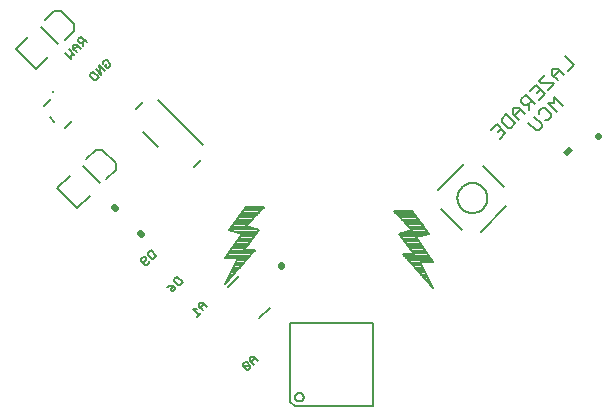
<source format=gbo>
G75*
%MOIN*%
%OFA0B0*%
%FSLAX25Y25*%
%IPPOS*%
%LPD*%
%AMOC8*
5,1,8,0,0,1.08239X$1,22.5*
%
%ADD10C,0.00800*%
%ADD11C,0.00500*%
%ADD12C,0.02200*%
%ADD13R,0.01800X0.03000*%
%ADD14C,0.00600*%
%ADD15C,0.01000*%
D10*
X0179205Y0126703D02*
X0182824Y0130322D01*
X0172384Y0140761D02*
X0168765Y0137142D01*
X0167708Y0138125D02*
X0172083Y0146875D01*
X0167708Y0146875D01*
X0173333Y0155000D01*
X0168958Y0156250D01*
X0174583Y0163750D01*
X0180833Y0163750D01*
X0174583Y0157500D01*
X0178958Y0156250D01*
X0173958Y0149375D01*
X0177708Y0149375D01*
X0167708Y0138125D01*
X0168069Y0138847D02*
X0168350Y0138847D01*
X0168469Y0139646D02*
X0169060Y0139646D01*
X0168868Y0140444D02*
X0169770Y0140444D01*
X0169267Y0141243D02*
X0170480Y0141243D01*
X0171190Y0142041D02*
X0169666Y0142041D01*
X0170066Y0142840D02*
X0171899Y0142840D01*
X0172609Y0143638D02*
X0170465Y0143638D01*
X0170864Y0144437D02*
X0173319Y0144437D01*
X0174029Y0145235D02*
X0171264Y0145235D01*
X0171663Y0146034D02*
X0174738Y0146034D01*
X0175448Y0146832D02*
X0172062Y0146832D01*
X0169337Y0149228D02*
X0177578Y0149228D01*
X0176868Y0148429D02*
X0168784Y0148429D01*
X0168232Y0147631D02*
X0176158Y0147631D01*
X0174432Y0150026D02*
X0169890Y0150026D01*
X0170443Y0150825D02*
X0175013Y0150825D01*
X0175594Y0151623D02*
X0170996Y0151623D01*
X0171549Y0152422D02*
X0176174Y0152422D01*
X0176755Y0153220D02*
X0172101Y0153220D01*
X0172654Y0154019D02*
X0177336Y0154019D01*
X0177917Y0154818D02*
X0173207Y0154818D01*
X0171177Y0155616D02*
X0178497Y0155616D01*
X0178382Y0156415D02*
X0169082Y0156415D01*
X0169681Y0157213D02*
X0175588Y0157213D01*
X0175095Y0158012D02*
X0170279Y0158012D01*
X0170878Y0158810D02*
X0175893Y0158810D01*
X0176692Y0159609D02*
X0171477Y0159609D01*
X0172076Y0160407D02*
X0177490Y0160407D01*
X0178289Y0161206D02*
X0172675Y0161206D01*
X0173274Y0162004D02*
X0179087Y0162004D01*
X0179886Y0162803D02*
X0173873Y0162803D01*
X0174472Y0163601D02*
X0180684Y0163601D01*
X0159827Y0179634D02*
X0157449Y0177257D01*
X0160447Y0184581D02*
X0145414Y0199614D01*
X0140467Y0198993D02*
X0138090Y0196616D01*
X0140456Y0188682D02*
X0145339Y0183799D01*
X0131270Y0178483D02*
X0131270Y0176255D01*
X0128208Y0173193D01*
X0131270Y0178483D02*
X0126816Y0182937D01*
X0124589Y0182937D01*
X0121527Y0179875D01*
X0115959Y0174307D02*
X0111783Y0170131D01*
X0118464Y0163450D01*
X0122640Y0167625D01*
X0114423Y0190269D02*
X0116814Y0192660D01*
X0110857Y0192280D02*
X0109363Y0193774D01*
X0107352Y0197340D02*
X0109743Y0199731D01*
X0104714Y0209700D02*
X0108890Y0213875D01*
X0104714Y0209700D02*
X0098033Y0216381D01*
X0102209Y0220557D01*
X0107777Y0226125D02*
X0110839Y0229187D01*
X0113066Y0229187D01*
X0117520Y0224733D01*
X0117520Y0222505D01*
X0114458Y0219443D01*
X0223958Y0162500D02*
X0230208Y0156250D01*
X0225833Y0155000D01*
X0230833Y0148125D01*
X0227083Y0148125D01*
X0237083Y0136875D01*
X0232708Y0145625D01*
X0237083Y0145625D01*
X0231458Y0153750D01*
X0235833Y0155000D01*
X0230208Y0162500D01*
X0223958Y0162500D01*
X0224454Y0162004D02*
X0230580Y0162004D01*
X0231179Y0161206D02*
X0225253Y0161206D01*
X0226051Y0160407D02*
X0231778Y0160407D01*
X0232377Y0159609D02*
X0226850Y0159609D01*
X0227648Y0158810D02*
X0232976Y0158810D01*
X0233575Y0158012D02*
X0228447Y0158012D01*
X0229245Y0157213D02*
X0234174Y0157213D01*
X0234772Y0156415D02*
X0230044Y0156415D01*
X0227989Y0155616D02*
X0235371Y0155616D01*
X0235195Y0154818D02*
X0225966Y0154818D01*
X0226547Y0154019D02*
X0232400Y0154019D01*
X0231825Y0153220D02*
X0227128Y0153220D01*
X0227708Y0152422D02*
X0232378Y0152422D01*
X0232931Y0151623D02*
X0228289Y0151623D01*
X0228870Y0150825D02*
X0233483Y0150825D01*
X0234036Y0150026D02*
X0229450Y0150026D01*
X0230031Y0149228D02*
X0234589Y0149228D01*
X0235142Y0148429D02*
X0230612Y0148429D01*
X0228232Y0146832D02*
X0236247Y0146832D01*
X0236800Y0146034D02*
X0228942Y0146034D01*
X0229652Y0145235D02*
X0232903Y0145235D01*
X0233302Y0144437D02*
X0230362Y0144437D01*
X0231071Y0143638D02*
X0233702Y0143638D01*
X0234101Y0142840D02*
X0231781Y0142840D01*
X0232491Y0142041D02*
X0234500Y0142041D01*
X0234899Y0141243D02*
X0233201Y0141243D01*
X0233911Y0140444D02*
X0235299Y0140444D01*
X0235698Y0139646D02*
X0234620Y0139646D01*
X0235330Y0138847D02*
X0236097Y0138847D01*
X0236040Y0138049D02*
X0236496Y0138049D01*
X0236750Y0137250D02*
X0236896Y0137250D01*
X0235695Y0147631D02*
X0227523Y0147631D01*
X0239685Y0163256D02*
X0246673Y0156268D01*
X0252992Y0155517D02*
X0261567Y0164091D01*
X0245208Y0166875D02*
X0245210Y0167016D01*
X0245216Y0167157D01*
X0245226Y0167297D01*
X0245240Y0167437D01*
X0245258Y0167577D01*
X0245279Y0167716D01*
X0245305Y0167855D01*
X0245334Y0167993D01*
X0245368Y0168129D01*
X0245405Y0168265D01*
X0245446Y0168400D01*
X0245491Y0168534D01*
X0245540Y0168666D01*
X0245592Y0168797D01*
X0245648Y0168926D01*
X0245708Y0169053D01*
X0245771Y0169179D01*
X0245837Y0169303D01*
X0245908Y0169426D01*
X0245981Y0169546D01*
X0246058Y0169664D01*
X0246138Y0169780D01*
X0246222Y0169893D01*
X0246308Y0170004D01*
X0246398Y0170113D01*
X0246491Y0170219D01*
X0246586Y0170322D01*
X0246685Y0170423D01*
X0246786Y0170521D01*
X0246890Y0170616D01*
X0246997Y0170708D01*
X0247106Y0170797D01*
X0247218Y0170882D01*
X0247332Y0170965D01*
X0247448Y0171045D01*
X0247567Y0171121D01*
X0247688Y0171193D01*
X0247810Y0171263D01*
X0247935Y0171328D01*
X0248061Y0171391D01*
X0248189Y0171449D01*
X0248319Y0171504D01*
X0248450Y0171556D01*
X0248583Y0171603D01*
X0248717Y0171647D01*
X0248852Y0171688D01*
X0248988Y0171724D01*
X0249125Y0171756D01*
X0249263Y0171785D01*
X0249401Y0171810D01*
X0249541Y0171830D01*
X0249681Y0171847D01*
X0249821Y0171860D01*
X0249962Y0171869D01*
X0250102Y0171874D01*
X0250243Y0171875D01*
X0250384Y0171872D01*
X0250525Y0171865D01*
X0250665Y0171854D01*
X0250805Y0171839D01*
X0250945Y0171820D01*
X0251084Y0171798D01*
X0251222Y0171771D01*
X0251360Y0171741D01*
X0251496Y0171706D01*
X0251632Y0171668D01*
X0251766Y0171626D01*
X0251900Y0171580D01*
X0252032Y0171531D01*
X0252162Y0171477D01*
X0252291Y0171420D01*
X0252418Y0171360D01*
X0252544Y0171296D01*
X0252667Y0171228D01*
X0252789Y0171157D01*
X0252909Y0171083D01*
X0253026Y0171005D01*
X0253141Y0170924D01*
X0253254Y0170840D01*
X0253365Y0170753D01*
X0253473Y0170662D01*
X0253578Y0170569D01*
X0253681Y0170472D01*
X0253781Y0170373D01*
X0253878Y0170271D01*
X0253972Y0170166D01*
X0254063Y0170059D01*
X0254151Y0169949D01*
X0254236Y0169837D01*
X0254318Y0169722D01*
X0254397Y0169605D01*
X0254472Y0169486D01*
X0254544Y0169365D01*
X0254612Y0169242D01*
X0254677Y0169117D01*
X0254739Y0168990D01*
X0254796Y0168861D01*
X0254851Y0168731D01*
X0254901Y0168600D01*
X0254948Y0168467D01*
X0254991Y0168333D01*
X0255030Y0168197D01*
X0255065Y0168061D01*
X0255097Y0167924D01*
X0255124Y0167786D01*
X0255148Y0167647D01*
X0255168Y0167507D01*
X0255184Y0167367D01*
X0255196Y0167227D01*
X0255204Y0167086D01*
X0255208Y0166945D01*
X0255208Y0166805D01*
X0255204Y0166664D01*
X0255196Y0166523D01*
X0255184Y0166383D01*
X0255168Y0166243D01*
X0255148Y0166103D01*
X0255124Y0165964D01*
X0255097Y0165826D01*
X0255065Y0165689D01*
X0255030Y0165553D01*
X0254991Y0165417D01*
X0254948Y0165283D01*
X0254901Y0165150D01*
X0254851Y0165019D01*
X0254796Y0164889D01*
X0254739Y0164760D01*
X0254677Y0164633D01*
X0254612Y0164508D01*
X0254544Y0164385D01*
X0254472Y0164264D01*
X0254397Y0164145D01*
X0254318Y0164028D01*
X0254236Y0163913D01*
X0254151Y0163801D01*
X0254063Y0163691D01*
X0253972Y0163584D01*
X0253878Y0163479D01*
X0253781Y0163377D01*
X0253681Y0163278D01*
X0253578Y0163181D01*
X0253473Y0163088D01*
X0253365Y0162997D01*
X0253254Y0162910D01*
X0253141Y0162826D01*
X0253026Y0162745D01*
X0252909Y0162667D01*
X0252789Y0162593D01*
X0252667Y0162522D01*
X0252544Y0162454D01*
X0252418Y0162390D01*
X0252291Y0162330D01*
X0252162Y0162273D01*
X0252032Y0162219D01*
X0251900Y0162170D01*
X0251766Y0162124D01*
X0251632Y0162082D01*
X0251496Y0162044D01*
X0251360Y0162009D01*
X0251222Y0161979D01*
X0251084Y0161952D01*
X0250945Y0161930D01*
X0250805Y0161911D01*
X0250665Y0161896D01*
X0250525Y0161885D01*
X0250384Y0161878D01*
X0250243Y0161875D01*
X0250102Y0161876D01*
X0249962Y0161881D01*
X0249821Y0161890D01*
X0249681Y0161903D01*
X0249541Y0161920D01*
X0249401Y0161940D01*
X0249263Y0161965D01*
X0249125Y0161994D01*
X0248988Y0162026D01*
X0248852Y0162062D01*
X0248717Y0162103D01*
X0248583Y0162147D01*
X0248450Y0162194D01*
X0248319Y0162246D01*
X0248189Y0162301D01*
X0248061Y0162359D01*
X0247935Y0162422D01*
X0247810Y0162487D01*
X0247688Y0162557D01*
X0247567Y0162629D01*
X0247448Y0162705D01*
X0247332Y0162785D01*
X0247218Y0162868D01*
X0247106Y0162953D01*
X0246997Y0163042D01*
X0246890Y0163134D01*
X0246786Y0163229D01*
X0246685Y0163327D01*
X0246586Y0163428D01*
X0246491Y0163531D01*
X0246398Y0163637D01*
X0246308Y0163746D01*
X0246222Y0163857D01*
X0246138Y0163970D01*
X0246058Y0164086D01*
X0245981Y0164204D01*
X0245908Y0164324D01*
X0245837Y0164447D01*
X0245771Y0164571D01*
X0245708Y0164697D01*
X0245648Y0164824D01*
X0245592Y0164953D01*
X0245540Y0165084D01*
X0245491Y0165216D01*
X0245446Y0165350D01*
X0245405Y0165485D01*
X0245368Y0165621D01*
X0245334Y0165757D01*
X0245305Y0165895D01*
X0245279Y0166034D01*
X0245258Y0166173D01*
X0245240Y0166313D01*
X0245226Y0166453D01*
X0245216Y0166593D01*
X0245210Y0166734D01*
X0245208Y0166875D01*
X0238850Y0169659D02*
X0247424Y0178233D01*
X0253827Y0177398D02*
X0260731Y0170494D01*
X0259248Y0186480D02*
X0261229Y0188462D01*
X0258257Y0191434D01*
X0256275Y0189452D01*
X0258752Y0188957D02*
X0259743Y0189948D01*
X0260026Y0192213D02*
X0260026Y0193203D01*
X0261512Y0194690D01*
X0264485Y0191717D01*
X0262999Y0190231D01*
X0262008Y0190231D01*
X0260026Y0192213D01*
X0263777Y0194973D02*
X0265759Y0192991D01*
X0264273Y0194477D02*
X0266254Y0196459D01*
X0265759Y0196954D02*
X0263777Y0196954D01*
X0263777Y0194973D01*
X0265759Y0196954D02*
X0267740Y0194973D01*
X0269014Y0196246D02*
X0269014Y0198228D01*
X0268519Y0197733D02*
X0270005Y0199219D01*
X0270996Y0198228D02*
X0268023Y0201200D01*
X0266537Y0199714D01*
X0266537Y0198723D01*
X0267528Y0197733D01*
X0268519Y0197733D01*
X0272270Y0199502D02*
X0274251Y0201484D01*
X0271279Y0204456D01*
X0269297Y0202474D01*
X0271774Y0201979D02*
X0272765Y0202970D01*
X0273048Y0205234D02*
X0277011Y0205234D01*
X0277507Y0204739D01*
X0275525Y0202757D01*
X0277295Y0200472D02*
X0277295Y0198491D01*
X0275314Y0198491D01*
X0278286Y0195518D01*
X0276517Y0194740D02*
X0276517Y0193749D01*
X0275526Y0192758D01*
X0274535Y0192758D01*
X0273261Y0191484D02*
X0273261Y0190494D01*
X0272271Y0189503D01*
X0271280Y0189503D01*
X0268803Y0191980D01*
X0270784Y0193961D02*
X0273261Y0191484D01*
X0272554Y0194740D02*
X0272554Y0195731D01*
X0273544Y0196722D01*
X0274535Y0196721D01*
X0276517Y0194740D01*
X0280268Y0197500D02*
X0277295Y0200472D01*
X0278781Y0206013D02*
X0276799Y0207995D01*
X0276799Y0209976D01*
X0278781Y0209976D01*
X0280762Y0207995D01*
X0282036Y0209268D02*
X0284018Y0211250D01*
X0281045Y0214222D01*
X0279276Y0209481D02*
X0277294Y0207499D01*
X0274534Y0207711D02*
X0272553Y0205730D01*
X0273048Y0205234D01*
D11*
X0176203Y0110735D02*
X0173655Y0110735D01*
X0174929Y0109461D01*
X0175566Y0109461D01*
X0176203Y0110098D01*
X0176203Y0110735D01*
X0174929Y0112009D01*
X0174292Y0112009D01*
X0173655Y0111372D01*
X0173655Y0110735D01*
X0176057Y0112500D02*
X0177331Y0111226D01*
X0176376Y0112182D02*
X0177649Y0113455D01*
X0177331Y0113774D02*
X0176057Y0113774D01*
X0176057Y0112500D01*
X0177331Y0113774D02*
X0178605Y0112500D01*
X0159646Y0128541D02*
X0158372Y0127268D01*
X0159009Y0127905D02*
X0157099Y0129815D01*
X0158372Y0129815D01*
X0159182Y0130625D02*
X0159182Y0131899D01*
X0160456Y0131899D01*
X0161730Y0130625D01*
X0160774Y0131580D02*
X0159501Y0130307D01*
X0159182Y0130625D02*
X0160456Y0129351D01*
X0151203Y0136348D02*
X0150566Y0135711D01*
X0149929Y0135711D01*
X0149610Y0136030D01*
X0149610Y0136666D01*
X0150566Y0137622D01*
X0151203Y0136985D01*
X0151203Y0136348D01*
X0150566Y0137622D02*
X0149292Y0137622D01*
X0148337Y0137303D01*
X0150739Y0139068D02*
X0150739Y0139705D01*
X0151694Y0140661D01*
X0153605Y0138750D01*
X0152649Y0137795D01*
X0152012Y0137795D01*
X0150739Y0139068D01*
X0143899Y0146545D02*
X0143262Y0146545D01*
X0141989Y0147818D01*
X0141989Y0148455D01*
X0142944Y0149411D01*
X0144855Y0147500D01*
X0143899Y0146545D01*
X0142453Y0145735D02*
X0142453Y0145098D01*
X0141816Y0144461D01*
X0141179Y0144461D01*
X0139905Y0145735D01*
X0139905Y0146372D01*
X0140542Y0147009D01*
X0141179Y0147009D01*
X0141497Y0146690D01*
X0141497Y0146053D01*
X0140542Y0145098D01*
X0125972Y0171982D02*
X0120316Y0177639D01*
X0124095Y0206128D02*
X0122822Y0207401D01*
X0122822Y0208038D01*
X0123777Y0208994D01*
X0125688Y0207083D01*
X0124732Y0206128D01*
X0124095Y0206128D01*
X0126497Y0207893D02*
X0124587Y0209803D01*
X0125860Y0211077D02*
X0126497Y0207893D01*
X0127771Y0209166D02*
X0125860Y0211077D01*
X0126989Y0211568D02*
X0126989Y0212205D01*
X0127626Y0212842D01*
X0128262Y0212842D01*
X0129536Y0211568D01*
X0129536Y0210932D01*
X0128899Y0210295D01*
X0128262Y0210295D01*
X0127626Y0210932D01*
X0128262Y0211568D01*
X0120456Y0217476D02*
X0120456Y0218750D01*
X0120137Y0218432D02*
X0121093Y0219387D01*
X0121730Y0218750D02*
X0119819Y0220661D01*
X0118864Y0219705D01*
X0118864Y0219068D01*
X0119501Y0218432D01*
X0120137Y0218432D01*
X0118691Y0217622D02*
X0117417Y0216348D01*
X0117099Y0216666D02*
X0118372Y0215393D01*
X0117563Y0214583D02*
X0116289Y0214583D01*
X0116289Y0213309D01*
X0114378Y0215220D01*
X0115652Y0216494D02*
X0117563Y0214583D01*
X0117099Y0216666D02*
X0117099Y0217940D01*
X0118372Y0217940D01*
X0119646Y0216666D01*
X0112222Y0218232D02*
X0106566Y0223889D01*
D12*
X0130748Y0163835D02*
X0130918Y0163665D01*
X0139498Y0155085D02*
X0139668Y0154915D01*
X0186373Y0144460D02*
X0186543Y0144290D01*
X0291998Y0187415D02*
X0292168Y0187585D01*
D13*
G36*
X0282507Y0184197D02*
X0283780Y0182924D01*
X0281659Y0180803D01*
X0280386Y0182076D01*
X0282507Y0184197D01*
G37*
D14*
X0217133Y0125049D02*
X0189534Y0125049D01*
X0189534Y0098848D01*
X0190932Y0097451D01*
X0217133Y0097451D01*
X0217133Y0125049D01*
X0191119Y0100450D02*
X0191121Y0100525D01*
X0191127Y0100599D01*
X0191137Y0100673D01*
X0191150Y0100746D01*
X0191168Y0100819D01*
X0191189Y0100890D01*
X0191214Y0100961D01*
X0191243Y0101030D01*
X0191276Y0101097D01*
X0191312Y0101162D01*
X0191351Y0101226D01*
X0191393Y0101287D01*
X0191439Y0101346D01*
X0191488Y0101403D01*
X0191540Y0101456D01*
X0191594Y0101507D01*
X0191651Y0101556D01*
X0191711Y0101600D01*
X0191773Y0101642D01*
X0191837Y0101681D01*
X0191903Y0101716D01*
X0191970Y0101747D01*
X0192040Y0101775D01*
X0192110Y0101799D01*
X0192182Y0101820D01*
X0192255Y0101836D01*
X0192328Y0101849D01*
X0192403Y0101858D01*
X0192477Y0101863D01*
X0192552Y0101864D01*
X0192626Y0101861D01*
X0192701Y0101854D01*
X0192774Y0101843D01*
X0192848Y0101829D01*
X0192920Y0101810D01*
X0192991Y0101788D01*
X0193061Y0101762D01*
X0193130Y0101732D01*
X0193196Y0101699D01*
X0193261Y0101662D01*
X0193324Y0101622D01*
X0193385Y0101578D01*
X0193443Y0101532D01*
X0193499Y0101482D01*
X0193552Y0101430D01*
X0193603Y0101375D01*
X0193650Y0101317D01*
X0193694Y0101257D01*
X0193735Y0101194D01*
X0193773Y0101130D01*
X0193807Y0101064D01*
X0193838Y0100995D01*
X0193865Y0100926D01*
X0193888Y0100855D01*
X0193907Y0100783D01*
X0193923Y0100710D01*
X0193935Y0100636D01*
X0193943Y0100562D01*
X0193947Y0100487D01*
X0193947Y0100413D01*
X0193943Y0100338D01*
X0193935Y0100264D01*
X0193923Y0100190D01*
X0193907Y0100117D01*
X0193888Y0100045D01*
X0193865Y0099974D01*
X0193838Y0099905D01*
X0193807Y0099836D01*
X0193773Y0099770D01*
X0193735Y0099706D01*
X0193694Y0099643D01*
X0193650Y0099583D01*
X0193603Y0099525D01*
X0193552Y0099470D01*
X0193499Y0099418D01*
X0193443Y0099368D01*
X0193385Y0099322D01*
X0193324Y0099278D01*
X0193261Y0099238D01*
X0193196Y0099201D01*
X0193130Y0099168D01*
X0193061Y0099138D01*
X0192991Y0099112D01*
X0192920Y0099090D01*
X0192848Y0099071D01*
X0192774Y0099057D01*
X0192701Y0099046D01*
X0192626Y0099039D01*
X0192552Y0099036D01*
X0192477Y0099037D01*
X0192403Y0099042D01*
X0192328Y0099051D01*
X0192255Y0099064D01*
X0192182Y0099080D01*
X0192110Y0099101D01*
X0192040Y0099125D01*
X0191970Y0099153D01*
X0191903Y0099184D01*
X0191837Y0099219D01*
X0191773Y0099258D01*
X0191711Y0099300D01*
X0191651Y0099344D01*
X0191594Y0099393D01*
X0191540Y0099444D01*
X0191488Y0099497D01*
X0191439Y0099554D01*
X0191393Y0099613D01*
X0191351Y0099674D01*
X0191312Y0099738D01*
X0191276Y0099803D01*
X0191243Y0099870D01*
X0191214Y0099939D01*
X0191189Y0100010D01*
X0191168Y0100081D01*
X0191150Y0100154D01*
X0191137Y0100227D01*
X0191127Y0100301D01*
X0191121Y0100375D01*
X0191119Y0100450D01*
D15*
X0110457Y0202283D03*
M02*

</source>
